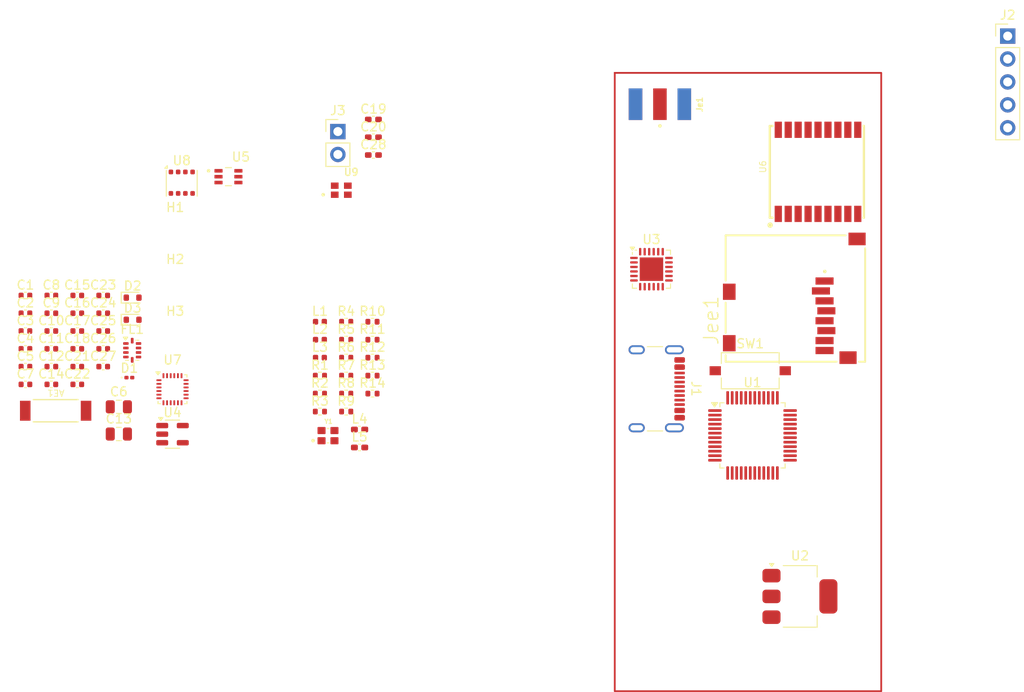
<source format=kicad_pcb>
(kicad_pcb (version 20240108) (generator "pcbnew") (generator_version "8.0")
  (layers (0 "F.Cu" signal) (1 "In1.Cu" power) (2 "In2.Cu" power) (31 "B.Cu" signal) (34 "B.Paste" user) (35 "F.Paste" user) (36 "B.SilkS" user "B.Silkscreen") (37 "F.SilkS" user "F.Silkscreen") (38 "B.Mask" user) (39 "F.Mask" user) (44 "Edge.Cuts" user))
  (net 0 "")
  (net 1 "+3.3V")
  (net 2 "Net-(U1-VDDCORE)")
  (net 3 "+1V8")
  (net 4 "VBUS")
  (net 5 "Net-(U5-CTRL)")
  (net 6 "Net-(U5-~{CTRL}{slash}~{VDD})")
  (net 7 "Net-(J1-SHIELD)")
  (net 8 "ANT_GPS")
  (net 9 "Net-(Je1-In)")
  (net 10 "Net-(D1-A)")
  (net 11 "Net-(D2-A)")
  (net 12 "Net-(D3-A)")
  (net 13 "Net-(FL1-SW_RFI)")
  (net 14 "Net-(FL1-RFO)")
  (net 15 "Net-(FL1-RFI_N)")
  (net 16 "Net-(FL1-RFI_P)")
  (net 17 "Net-(FL1-SW_RFO)")
  (net 18 "D+")
  (net 19 "D-")
  (net 20 "nRST")
  (net 21 "SWCLK")
  (net 22 "SWDIO")
  (net 23 "MOSI")
  (net 25 "SCK{slash}CLK")
  (net 28 "CS_SD")
  (net 29 "MISO")
  (net 32 "SDA")
  (net 33 "SCL")
  (net 34 "Net-(U3-VREG)")
  (net 35 "Net-(U3-VR_PA)")
  (net 36 "Net-(U1-PA03)")
  (net 37 "ANT_SW")
  (net 39 "INT1")
  (net 41 "BUSY")
  (net 44 "DIO1")
  (net 47 "Net-(AE1-A)")
  (net 49 "DIO2")
  (net 50 "Net-(U5-RFC)")
  (net 52 "DIO3")
  (net 55 "TCXO")
  (net 57 "Reset")
  (net 58 "NSS_1")
  (net 61 "FSYNC")
  (net 62 "Net-(C21-Pad2)")
  (net 63 "XTB")
  (net 64 "XTA")
  (net 66 "DIO_2")
  (net 67 "Net-(U7-REGOUT)")
  (net 70 "Net-(J1-CC2)")
  (net 71 "Net-(J1-CC1)")
  (net 72 "Net-(U3-DCC_SW)")
  (net 73 "Net-(U8-SDO)")
  (net 74 "Net-(U8-CSB)")
  (net 88 "GND")
  (net 89 "TXD")
  (net 90 "GPS_EN")
  (net 91 "RXD")
  (footprint "Connector_USB:USB_C_Receptacle_GCT_USB4105-xx-A_16P_TopMnt_Horizontal" (layer "F.Cu") (at 226 93.5 -90)
    (property "Reference" "J1" (at 0 -5.5 -90) (layer "F.SilkS"))
    (property "Value" "USBC")
    (pad "" np_thru_hole circle (at -2.89 -2.605 270) (size 0.65 0.65) (drill 0.65) (layers "F&B.Cu" "*.Mask"))
    (pad "" np_thru_hole circle (at 2.89 -2.605 270) (size 0.65 0.65) (drill 0.65) (layers "F&B.Cu" "*.Mask"))
    (pad "A1" smd roundrect (at -3.2 -3.68 270) (size 0.6 1.15) (layers "F.Cu" "F.Paste" "F.Mask") (net 88 "GND"))
    (pad "A4" smd roundrect (at -2.4 -3.68 270) (size 0.6 1.15) (layers "F.Cu" "F.Paste" "F.Mask") (net 11 "Net-(D2-A)"))
    (pad "A5" smd roundrect (at -1.25 -3.68 270) (size 0.3 1.15) (layers "F.Cu" "F.Paste" "F.Mask") (net 71 "Net-(J1-CC1)"))
    (pad "A6" smd roundrect (at -0.25 -3.68 270) (size 0.3 1.15) (layers "F.Cu" "F.Paste" "F.Mask") (net 18 "D+"))
    (pad "A7" smd roundrect (at 0.25 -3.68 270) (size 0.3 1.15) (layers "F.Cu" "F.Paste" "F.Mask") (net 19 "D-"))
    (pad "A8" smd roundrect (at 1.25 -3.68 270) (size 0.3 1.15) (layers "F.Cu" "F.Paste" "F.Mask"))
    (pad "A9" smd roundrect (at 2.4 -3.68 270) (size 0.6 1.15) (layers "F.Cu" "F.Paste" "F.Mask") (net 11 "Net-(D2-A)"))
    (pad "A12" smd roundrect (at 3.2 -3.68 270) (size 0.6 1.15) (layers "F.Cu" "F.Paste" "F.Mask") (net 88 "GND"))
    (pad "B1" smd roundrect (at 3.2 -3.68 270) (size 0.6 1.15) (layers "F.Cu" "F.Paste" "F.Mask") (net 88 "GND"))
    (pad "B4" smd roundrect (at 2.4 -3.68 270) (size 0.6 1.15) (layers "F.Cu" "F.Paste" "F.Mask") (net 11 "Net-(D2-A)"))
    (pad "B5" smd roundrect (at 1.75 -3.68 270) (size 0.3 1.15) (layers "F.Cu" "F.Paste" "F.Mask") (net 70 "Net-(J1-CC2)"))
    (pad "B6" smd roundrect (at 0.75 -3.68 270) (size 0.3 1.15) (layers "F.Cu" "F.Paste" "F.Mask") (net 18 "D+"))
    (pad "B7" smd roundrect (at -0.75 -3.68 270) (size 0.3 1.15) (layers "F.Cu" "F.Paste" "F.Mask") (net 19 "D-"))
    (pad "B8" smd roundrect (at -1.75 -3.68 270) (size 0.3 1.15) (layers "F.Cu" "F.Paste" "F.Mask"))
    (pad "B9" smd roundrect (at -2.4 -3.68 270) (size 0.6 1.15) (layers "F.Cu" "F.Paste" "F.Mask") (net 11 "Net-(D2-A)"))
    (pad "B12" smd roundrect (at -3.2 -3.68 270) (size 0.6 1.15) (layers "F.Cu" "F.Paste" "F.Mask") (net 88 "GND"))
    (pad "S1" thru_hole oval (at -4.32 -3.105 270) (size 1 2.1) (drill oval 0.6 1.7) (layers "*.Cu" "*.Mask" "F.Paste") (net 7 "Net-(J1-SHIELD)"))
    (pad "S1" thru_hole oval (at -4.32 1.075 270) (size 1 1.8) (drill oval 0.6 1.4) (layers "*.Cu" "*.Mask" "F.Paste") (net 7 "Net-(J1-SHIELD)"))
    (pad "S1" thru_hole oval (at 4.32 -3.105 270) (size 1 2.1) (drill oval 0.6 1.7) (layers "*.Cu" "*.Mask" "F.Paste") (net 7 "Net-(J1-SHIELD)"))
    (pad "S1" thru_hole oval (at 4.32 1.075 270) (size 1 1.8) (drill oval 0.6 1.4) (layers "*.Cu" "*.Mask" "F.Paste") (net 7 "Net-(J1-SHIELD)"))
  )
  (footprint "Inductor_SMD:L_0402_1005Metric" (layer "F.Cu") (at 189.86 88.06)
    (property "Reference" "L2" (at 0 -1.17 0) (layer "F.SilkS"))
    (property "Value" "47nH")
    (pad "1" smd roundrect (at -0.485 0) (size 0.59 0.64) (layers "F.Cu" "F.Paste" "F.Mask") (net 14 "Net-(FL1-RFO)"))
    (pad "2" smd roundrect (at 0.485 0) (size 0.59 0.64) (layers "F.Cu" "F.Paste" "F.Mask") (net 35 "Net-(U3-VR_PA)"))
  )
  (footprint "Resistor_SMD:R_0402_1005Metric" (layer "F.Cu") (at 189.86 94.03)
    (property "Reference" "R2" (at 0 -1.17 0) (layer "F.SilkS"))
    (property "Value" "10k")
    (pad "1" smd roundrect (at -0.51 0) (size 0.54 0.64) (layers "F.Cu" "F.Paste" "F.Mask") (net 1 "+3.3V"))
    (pad "2" smd roundrect (at 0.51 0) (size 0.54 0.64) (layers "F.Cu" "F.Paste" "F.Mask") (net 33 "SCL"))
  )
  (footprint "MountingHole:MountingHole_2.1mm" (layer "F.Cu") (at 173.84 76.6)
    (property "Reference" "H1" (at 0 -3.2 0) (layer "F.SilkS"))
    (property "Value" "MountingHole_Pad")
    (pad "" np_thru_hole circle (at 0 0) (size 2.1 2.1) (drill 2.1) (layers "*.Cu" "*.Mask"))
  )
  (footprint "Resistor_SMD:R_0402_1005Metric" (layer "F.Cu") (at 192.77 90.05)
    (property "Reference" "R6" (at 0 -1.17 0) (layer "F.SilkS"))
    (property "Value" "5k1")
    (pad "1" smd roundrect (at -0.51 0) (size 0.54 0.64) (layers "F.Cu" "F.Paste" "F.Mask") (net 88 "GND"))
    (pad "2" smd roundrect (at 0.51 0) (size 0.54 0.64) (layers "F.Cu" "F.Paste" "F.Mask") (net 71 "Net-(J1-CC1)"))
  )
  (footprint "Capacitor_SMD:C_0402_1005Metric" (layer "F.Cu") (at 163 93.01)
    (property "Reference" "C22" (at 0 -1.16 0) (layer "F.SilkS"))
    (property "Value" "0.1uF")
    (pad "1" smd roundrect (at -0.48 0) (size 0.56 0.62) (layers "F.Cu" "F.Paste" "F.Mask") (net 67 "Net-(U7-REGOUT)"))
    (pad "2" smd roundrect (at 0.48 0) (size 0.56 0.62) (layers "F.Cu" "F.Paste" "F.Mask") (net 88 "GND"))
  )
  (footprint "Resistor_SMD:R_0402_1005Metric" (layer "F.Cu") (at 195.68 94.03)
    (property "Reference" "R14" (at 0 -1.17 0) (layer "F.SilkS"))
    (property "Value" "1.8k")
    (pad "1" smd roundrect (at -0.51 0) (size 0.54 0.64) (layers "F.Cu" "F.Paste" "F.Mask") (net 1 "+3.3V"))
    (pad "2" smd roundrect (at 0.51 0) (size 0.54 0.64) (layers "F.Cu" "F.Paste" "F.Mask") (net 33 "SCL"))
  )
  (footprint "Private_GPS:ATGM336H" (layer "F.Cu") (at 245 69.5 90)
    (property "Reference" "U6" (at 0.6 -6.1 90) (layer "F.SilkS") (effects (font (size 0.7 0.7) (thickness 0.1) (bold yes))))
    (property "Value" "ATGM336H" (hide yes))
    (pad "1" smd rect (at -4.621296 -4.397241) (size 0.8 1.8) (layers "F.Cu" "F.Paste" "F.Mask") (net 88 "GND"))
    (pad "2" smd rect (at -4.621296 -3.297241) (size 0.8 1.8) (layers "F.Cu" "F.Paste" "F.Mask") (net 91 "RXD"))
    (pad "3" smd rect (at -4.621296 -2.197241) (size 0.8 1.8) (layers "F.Cu" "F.Paste" "F.Mask") (net 89 "TXD"))
    (pad "4" smd rect (at -4.621296 -1.097241) (size 0.8 1.8) (layers "F.Cu" "F.Paste" "F.Mask"))
    (pad "5" smd rect (at -4.621296 0.002759) (size 0.8 1.8) (layers "F.Cu" "F.Paste" "F.Mask") (net 90 "GPS_EN"))
    (pad "6" smd rect (at -4.621296 1.102759) (size 0.8 1.8) (layers "F.Cu" "F.Paste" "F.Mask") (net 1 "+3.3V"))
    (pad "7" smd rect (at -4.621296 2.202759) (size 0.8 1.8) (layers "F.Cu" "F.Paste" "F.Mask"))
    (pad "8" smd rect (at -4.621296 3.302759) (size 0.8 1.8) (layers "F.Cu" "F.Paste" "F.Mask") (net 1 "+3.3V"))
    (pad "9" smd rect (at -4.621296 4.402759) (size 0.8 1.8) (layers "F.Cu" "F.Paste" "F.Mask"))
    (pad "10" smd rect (at 4.693704 4.402759) (size 0.8 1.8) (layers "F.Cu" "F.Paste" "F.Mask") (net 88 "GND"))
    (pad "11" smd rect (at 4.693704 3.302759) (size 0.8 1.8) (layers "F.Cu" "F.Paste" "F.Mask") (net 8 "ANT_GPS"))
    (pad "12" smd rect (at 4.693704 2.202759) (size 0.8 1.8) (layers "F.Cu" "F.Paste" "F.Mask") (net 88 "GND"))
    (pad "13" smd rect (at 4.693704 1.102759) (size 0.8 1.8) (layers "F.Cu" "F.Paste" "F.Mask"))
    (pad "14" smd rect (at 4.693704 0.002759) (size 0.8 1.8) (layers "F.Cu" "F.Paste" "F.Mask"))
    (pad "15" smd rect (at 4.693704 -1.097241) (size 0.8 1.8) (layers "F.Cu" "F.Paste" "F.Mask"))
    (pad "16" smd rect (at 4.693704 -2.197241) (size 0.8 1.8) (layers "F.Cu" "F.Paste" "F.Mask"))
    (pad "17" smd rect (at 4.693704 -3.297241) (size 0.8 1.8) (layers "F.Cu" "F.Paste" "F.Mask"))
    (pad "18" smd rect (at 4.693704 -4.397241) (size 0.8 1.8) (layers "F.Cu" "F.Paste" "F.Mask"))
  )
  (footprint "Capacitor_SMD:C_0402_1005Metric" (layer "F.Cu") (at 157.26 89.07)
    (property "Reference" "C4" (at 0 -1.16 0) (layer "F.SilkS"))
    (property "Value" "100 nF")
    (pad "1" smd roundrect (at -0.48 0) (size 0.56 0.62) (layers "F.Cu" "F.Paste" "F.Mask") (net 1 "+3.3V"))
    (pad "2" smd roundrect (at 0.48 0) (size 0.56 0.62) (layers "F.Cu" "F.Paste" "F.Mask") (net 88 "GND"))
  )
  (footprint "Capacitor_SMD:C_0402_1005Metric" (layer "F.Cu") (at 163 89.07)
    (property "Reference" "C18" (at 0 -1.16 0) (layer "F.SilkS"))
    (property "Value" "0.1uF")
    (pad "1" smd roundrect (at -0.48 0) (size 0.56 0.62) (layers "F.Cu" "F.Paste" "F.Mask") (net 1 "+3.3V"))
    (pad "2" smd roundrect (at 0.48 0) (size 0.56 0.62) (layers "F.Cu" "F.Paste" "F.Mask") (net 88 "GND"))
  )
  (footprint "Resistor_SMD:R_0402_1005Metric" (layer "F.Cu") (at 192.77 92.04)
    (property "Reference" "R7" (at 0 -1.17 0) (layer "F.SilkS"))
    (property "Value" "5k1")
    (pad "1" smd roundrect (at -0.51 0) (size 0.54 0.64) (layers "F.Cu" "F.Paste" "F.Mask") (net 88 "GND"))
    (pad "2" smd roundrect (at 0.51 0) (size 0.54 0.64) (layers "F.Cu" "F.Paste" "F.Mask") (net 70 "Net-(J1-CC2)"))
  )
  (footprint "Custom_Oscillator:OSCCC200X160X50" (layer "F.Cu") (at 190.755 98.69)
    (property "Reference" "Y1" (at 0.056015 -1.566945 0) (layer "F.SilkS") (effects (font (size 0.480654 0.480654))))
    (property "Value" "FA-128_32.0000MF20X-K5")
    (pad "1" smd roundrect (at -0.715 0.565) (size 0.89 0.79) (layers "F.Cu" "F.Paste" "F.Mask") (roundrect_rratio 0.1) (net 64 "XTA"))
    (pad "2" smd roundrect (at 0.715 0.565) (size 0.89 0.79) (layers "F.Cu" "F.Paste" "F.Mask") (roundrect_rratio 0.1) (net 88 "GND"))
    (pad "3" smd roundrect (at 0.715 -0.565) (size 0.89 0.79) (layers "F.Cu" "F.Paste" "F.Mask") (roundrect_rratio 0.1) (net 63 "XTB"))
    (pad "4" smd roundrect (at -0.715 -0.565) (size 0.89 0.79) (layers "F.Cu" "F.Paste" "F.Mask") (roundrect_rratio 0.1) (net 88 "GND"))
  )
  (footprint "Resistor_SMD:R_0402_1005Metric" (layer "F.Cu") (at 192.77 96.02)
    (property "Reference" "R9" (at 0 -1.17 0) (layer "F.SilkS"))
    (property "Value" "100")
    (pad "1" smd roundrect (at -0.51 0) (size 0.54 0.64) (layers "F.Cu" "F.Paste" "F.Mask") (net 6 "Net-(U5-~{CTRL}{slash}~{VDD})"))
    (pad "2" smd roundrect (at 0.51 0) (size 0.54 0.64) (layers "F.Cu" "F.Paste" "F.Mask") (net 66 "DIO_2"))
  )
  (footprint "MICRO_SD_SLOT:GCT_MEM2061-01-188-00-A_REVA" (layer "F.Cu") (at 242.5 83.5 90)
    (property "Reference" "Jee1" (at -2.42133 -9.32106 270) (layer "F.SilkS") (effects (font (size 1.600866 1.600866))))
    (property "Value" "~" (hide yes))
    (pad "1" smd rect (at 1.94 3.225 90) (size 0.8 2) (layers "F.Cu" "F.Paste" "F.Mask"))
    (pad "2" smd rect (at 0.84 2.825 90) (size 0.8 2) (layers "F.Cu" "F.Paste" "F.Mask") (net 28 "CS_SD"))
    (pad "3" smd rect (at -0.26 3.225 90) (size 0.8 2) (layers "F.Cu" "F.Paste" "F.Mask") (net 23 "MOSI"))
    (pad "4" smd rect (at -1.36 3.425 90) (size 0.8 2) (layers "F.Cu" "F.Paste" "F.Mask") (net 1 "+3.3V"))
    (pad "5" smd rect (at -2.46 3.225 90) (size 0.8 2) (layers "F.Cu" "F.Paste" "F.Mask") (net 25 "SCK{slash}CLK"))
    (pad "6" smd rect (at -3.56 3.425 90) (size 0.8 2) (layers "F.Cu" "F.Paste" "F.Mask") (net 88 "GND"))
    (pad "7" smd rect (at -4.66 3.225 90) (size 0.8 2) (layers "F.Cu" "F.Paste" "F.Mask") (net 29 "MISO"))
    (pad "8" smd rect (at -5.76 3.225 90) (size 0.8 2) (layers "F.Cu" "F.Paste" "F.Mask"))
    (pad "9" smd rect (at -4.95 -7.325 90) (size 1.8 1.4) (layers "F.Cu" "F.Paste" "F.Mask"))
    (pad "10" smd rect (at 0.75 -7.325 90) (size 1.8 1.4) (layers "F.Cu" "F.Paste" "F.Mask"))
    (pad "11" smd rect (at -6.55 5.825 90) (size 1.4 1.9) (layers "F.Cu" "F.Paste" "F.Mask") (net 88 "GND"))
    (pad "12" smd rect (at 6.6 6.825 90) (size 1.4 1.9) (layers "F.Cu" "F.Paste" "F.Mask") (net 88 "GND"))
  )
  (footprint "Capacitor_SMD:C_0402_1005Metric" (layer "F.Cu") (at 163 87.1)
    (property "Reference" "C17" (at 0 -1.16 0) (layer "F.SilkS"))
    (property "Value" "0.1uF")
    (pad "1" smd roundrect (at -0.48 0) (size 0.56 0.62) (layers "F.Cu" "F.Paste" "F.Mask") (net 3 "+1V8"))
    (pad "2" smd roundrect (at 0.48 0) (size 0.56 0.62) (layers "F.Cu" "F.Paste" "F.Mask") (net 88 "GND"))
  )
  (footprint "Connector_PinHeader_2.54mm:PinHeader_1x02_P2.54mm_Vertical" (layer "F.Cu") (at 191.85 65)
    (property "Reference" "J3" (at 0 -2.33 0) (layer "F.SilkS"))
    (property "Value" "POWER IN")
    (pad "1" thru_hole rect (at 0 0) (size 1.7 1.7) (drill 1) (layers "*.Cu" "*.Mask") (net 88 "GND"))
    (pad "2" thru_hole oval (at 0 2.54) (size 1.7 1.7) (drill 1) (layers "*.Cu" "*.Mask") (net 12 "Net-(D3-A)"))
  )
  (footprint "Capacitor_SMD:C_0402_1005Metric_Pad0.74x0.62mm_HandSolder" (layer "F.Cu") (at 195.78 65.63)
    (property "Reference" "C20" (at 0 -1.16 0) (layer "F.SilkS"))
    (property "Value" "10uF")
    (pad "1" smd roundrect (at -0.5675 0) (size 0.735 0.62) (layers "F.Cu" "F.Paste" "F.Mask") (net 88 "GND"))
    (pad "2" smd roundrect (at 0.5675 0) (size 0.735 0.62) (layers "F.Cu" "F.Paste" "F.Mask") (net 1 "+3.3V"))
  )
  (footprint "Capacitor_SMD:C_0402_1005Metric" (layer "F.Cu") (at 165.87 83.16)
    (property "Reference" "C23" (at 0 -1.16 0) (layer "F.SilkS"))
    (property "Value" "3.3pF")
    (pad "1" smd roundrect (at -0.48 0) (size 0.56 0.62) (layers "F.Cu" "F.Paste" "F.Mask") (net 62 "Net-(C21-Pad2)"))
    (pad "2" smd roundrect (at 0.48 0) (size 0.56 0.62) (layers "F.Cu" "F.Paste" "F.Mask") (net 88 "GND"))
  )
  (footprint "Capacitor_SMD:C_0402_1005Metric" (layer "F.Cu") (at 165.87 85.13)
    (property "Reference" "C24" (at 0 -1.16 0) (layer "F.SilkS"))
    (property "Value" "100nF")
    (pad "1" smd roundrect (at -0.48 0) (size 0.56 0.62) (layers "F.Cu" "F.Paste" "F.Mask") (net 88 "GND"))
    (pad "2" smd roundrect (at 0.48 0) (size 0.56 0.62) (layers "F.Cu" "F.Paste" "F.Mask") (net 1 "+3.3V"))
  )
  (footprint "Resistor_SMD:R_0402_1005Metric" (layer "F.Cu") (at 195.68 92.04)
    (property "Reference" "R13" (at 0 -1.17 0) (layer "F.SilkS"))
    (property "Value" "1.8k")
    (pad "1" smd roundrect (at -0.51 0) (size 0.54 0.64) (layers "F.Cu" "F.Paste" "F.Mask") (net 32 "SDA"))
    (pad "2" smd roundrect (at 0.51 0) (size 0.54 0.64) (layers "F.Cu" "F.Paste" "F.Mask") (net 1 "+3.3V"))
  )
  (footprint "Custom_SMA_Connector:RFSOLUTIONS_CON-SMA-EDGE-S" (layer "F.Cu") (at 227.5 61.9725 -90)
    (property "Reference" "Je1" (at 0.032 -4.4064 90) (layer "F.SilkS") (effects (font (size 0.64 0.64))))
    (property "Value" "Conn_Coaxial")
    (pad "1" smd rect (at 0 0 270) (size 3.5 1.5) (layers "F.Cu" "F.Paste" "F.Mask") (net 9 "Net-(Je1-In)"))
    (pad "G1" smd rect (at 0 -2.7 270) (size 3.5 1.5) (layers "F.Cu" "F.Paste" "F.Mask"))
    (pad "G2" smd rect (at 0 2.7 270) (size 3.5 1.5) (layers "F.Cu" "F.Paste" "F.Mask"))
    (pad "G3" smd rect (at 0 -2.7 270) (size 3.5 1.5) (layers "B.Cu" "B.Paste" "B.Mask"))
    (pad "G4" smd rect (at 0 2.7 270) (size 3.5 1.5) (layers "B.Cu" "B.Paste" "B.Mask"))
  )
  (footprint "Diode_SMD:D_SOD-523" (layer "F.Cu") (at 169.125 85.85)
    (property "Reference" "D3" (at 0 -1.3 0) (layer "F.SilkS"))
    (property "Value" "1N4148WT")
    (pad "1" smd roundrect (at -0.7 0 180) (size 0.6 0.7) (layers "F.Cu" "F.Paste" "F.Mask") (net 4 "VBUS"))
    (pad "2" smd roundrect (at 0.7 0 180) (size 0.6 0.7) (layers "F.Cu" "F.Paste" "F.Mask") (net 12 "Net-(D3-A)"))
  )
  (footprint "MountingHole:MountingHole_2.1mm" (layer "F.Cu") (at 173.84 88.1)
    (property "Reference" "H3" (at 0 -3.2 0) (layer "F.SilkS"))
    (property "Value" "MountingHole_Pad")
    (pad "" np_thru_hole circle (at 0 0) (size 2.1 2.1) (drill 2.1) (layers "*.Cu" "*.Mask"))
  )
  (footprint "RF_Converter:Balun_Johanson_0900FM15K0039" (layer "F.Cu") (at 169.08 89.23)
    (property "Reference" "FL1" (at 0 -2.33 0) (layer "F.SilkS"))
    (property "Value" "0900FM15K0039")
    (pad "1" smd roundrect (at -0.7 -0.75) (size 0.6 0.3) (layers "F.Cu" "F.Paste" "F.Mask") (net 14 "Net-(FL1-RFO)"))
    (pad "2" smd roundrect (at -0.7 -0.25) (size 0.6 0.3) (layers "F.Cu" "F.Paste" "F.Mask") (net 88 "GND"))
    (pad "3" smd roundrect (at -0.7 0.25) (size 0.6 0.3) (layers "F.Cu" "F.Paste" "F.Mask") (net 15 "Net-(FL1-RFI_N)"))
    (pad "4" smd roundrect (at -0.7 0.75) (size 0.6 0.3) (layers "F.Cu" "F.Paste" "F.Mask") (net 16 "Net-(FL1-RFI_P)"))
    (pad "5" smd roundrect (at 0 1.0625) (size 0.3 0.625) (layers "F.Cu" "F.Paste" "F.Mask") (net 88 "GND"))
    (pad "6" smd roundrect (at 0.7 0.75) (size 0.6 0.3) (layers "F.Cu" "F.Paste" "F.Mask") (net 13 "Net-(FL1-SW_RFI)"))
    (pad "7" smd roundrect (at 0.7 0.25) (size 0.6 0.3) (layers "F.Cu" "F.Paste" "F.Mask") (net 88 "GND"))
    (pad "8" smd roundrect (at 0.7 -0.25) (size 0.6 0.3) (layers "F.Cu" "F.Paste" "F.Mask") (net 17 "Net-(FL1-SW_RFO)"))
    (pad "9" smd roundrect (at 0.7 -0.75) (size 0.6 0.3) (layers "F.Cu" "F.Paste" "F.Mask") (net 88 "GND"))
    (pad "10" smd roundrect (at 0 -1.0625) (size 0.3 0.625) (layers "F.Cu" "F.Paste" "F.Mask") (net 88 "GND"))
  )
  (footprint "Capacitor_SMD:C_0805_2012Metric" (layer "F.Cu") (at 167.6 95.5)
    (property "Reference" "C6" (at 0 -1.68 0) (layer "F.SilkS"))
    (property "Value" "22u")
    (pad "1" smd roundrect (at -0.95 0) (size 1 1.45) (layers "F.Cu" "F.Paste" "F.Mask") (net 4 "VBUS"))
    (pad "2" smd roundrect (at 0.95 0) (size 1 1.45) (layers "F.Cu" "F.Paste" "F.Mask") (net 88 "GND"))
  )
  (footprint "Resistor_SMD:R_0402_1005Metric" (layer "F.Cu") (at 195.68 86.07)
    (property "Reference" "R10" (at 0 -1.17 0) (layer "F.SilkS"))
    (property "Value" "1K")
    (pad "1" smd roundrect (at -0.51 0) (size 0.54 0.64) (layers "F.Cu" "F.Paste" "F.Mask") (net 1 "+3.3V"))
    (pad "2" smd roundrect (at 0.51 0) (size 0.54 0.64) (layers "F.Cu" "F.Paste" "F.Mask") (net 28 "CS_SD"))
  )
  (footprint "Capacitor_SMD:C_0402_1005Metric" (layer "F.Cu") (at 163 83.16)
    (property "Reference" "C15" (at 0 -1.16 0) (layer "F.SilkS"))
    (property "Value" "1nF")
    (pad "1" smd roundrect (at -0.48 0) (size 0.56 0.62) (layers "F.Cu" "F.Paste" "F.Mask") (net 88 "GND"))
    (pad "2" smd roundrect (at 0.48 0) (size 0.56 0.62) (layers "F.Cu" "F.Paste" "F.Mask") (net 5 "Net-(U5-CTRL)"))
  )
  (footprint "Private_Antenna:609-1575AT43A0040E" (layer "F.Cu") (at 160.6049 95.9301)
    (property "Reference" "AE1" (at 0.02 -1.97 180) (layer "F.SilkS") (effects (font (size 0.7 0.7) (thickness 0.1))))
    (property "Value" "1575AT43A0040")
    (pad "1" smd rect (at -3.3655 0) (size 1.1684 2.2098) (layers "F.Cu" "F.Paste" "F.Mask") (net 47 "Net-(AE1-A)"))
    (pad "2" smd rect (at 3.3655 0) (size 1.1684 2.2098) (layers "F.Cu" "F.Paste" "F.Mask"))
  )
  (footprint "Resistor_SMD:R_0402_1005Metric" (layer "F.Cu") (at 192.77 94.03)
    (property "Reference" "R8" (at 0 -1.17 0) (layer "F.SilkS"))
    (property "Value" "100")
    (pad "1" smd roundrect (at -0.51 0) (size 0.54 0.64) (layers "F.Cu" "F.Paste" "F.Mask") (net 5 "Net-(U5-CTRL)"))
    (pad "2" smd roundrect (at 0.51 0) (size 0.54 0.64) (layers "F.Cu" "F.Paste" "F.Mask") (net 37 "ANT_SW"))
  )
  (footprint "Resistor_SMD:R_0402_1005Metric" (layer "F.Cu") (at 195.68 88.06)
    (property "Reference" "R11" (at 0 -1.17 0) (layer "F.SilkS"))
    (property "Value" "10k")
    (pad "1" smd roundrect (at -0.51 0) (size 0.54 0.64) (layers "F.Cu" "F.Paste" "F.Mask") (net 73 "Net-(U8-SDO)"))
    (pad "2" smd roundrect (at 0.51 0) (size 0.54 0.64) (layers "F.Cu" "F.Paste" "F.Mask") (net 88 "GND"))
  )
  (footprint "Capacitor_SMD:C_0402_1005Metric" (layer "F.Cu") (at 165.87 89.07)
    (property "Reference" "C26" (at 0 -1.16 0) (layer "F.SilkS"))
    (property "Value" "100 nF")
    (pad "1" smd roundrect (at -0.48 0) (size 0.56 0.62) (layers "F.Cu" "F.Paste" "F.Mask") (net 88 "GND"))
    (pad "2" smd roundrect (at 0.48 0) (size 0.56 0.62) (layers "F.Cu" "F.Paste" "F.Mask") (net 1 "+3.3V"))
  )
  (footprint "Package_DFN_QFN:QFN-24-1EP_4x4mm_P0.5mm_EP2.6x2.6mm" (layer "F.Cu") (at 226.5625 80.25)
    (property "Reference" "U3" (at 0 -3.3 0) (layer "F.SilkS"))
    (property "Value" "SX1262IMLTRT")
    (pad "1" smd roundrect (at -1.9375 -1.25) (size 0.825 0.25) (layers "F.Cu" "F.Paste" "F.Mask") (net 1 "+3.3V"))
    (pad "2" smd roundrect (at -1.9375 -0.75) (size 0.825 0.25) (layers "F.Cu" "F.Paste" "F.Mask") (net 88 "GND"))
    (pad "3" smd roundrect (at -1.9375 -0.25) (size 0.825 0.25) (layers "F.Cu" "F.Paste" "F.Mask") (net 64 "XTA"))
    (pad "4" smd roundrect (at -1.9375 0.25) (size 0.825 0.25) (layers "F.Cu" "F.Paste" "F.Mask") (net 63 "XTB"))
    (pad "5" smd roundrect (at -1.9375 0.75) (size 0.825 0.25) (layers "F.Cu" "F.Paste" "F.Mask") (net 88 "GND"))
    (pad "6" smd roundrect (at -1.9375 1.25) (size 0.825 0.25) (layers "F.Cu" "F.Paste" "F.Mask") (net 52 "DIO3"))
    (pad "7" smd roundrect (at -1.25 1.9375) (size 0.25 0.825) (layers "F.Cu" "F.Paste" "F.Mask") (net 34 "Net-(U3-VREG)"))
    (pad "8" smd roundrect (at -0.75 1.9375) (size 0.25 0.825) (layers "F.Cu" "F.Paste" "F.Mask") (net 88 "GND"))
    (pad "9" smd roundrect (at -0.25 1.9375) (size 0.25 0.825) (layers "F.Cu" "F.Paste" "F.Mask") (net 72 "Net-(U3-DCC_SW)"))
    (pad "10" smd roundrect (at 0.25 1.9375) (size 0.25 0.825) (layers "F.Cu" "F.Paste" "F.Mask") (net 1 "+3.3V"))
    (pad "11" smd roundrect (at 0.75 1.9375) (size 0.25 0.825) (layers "F.Cu" "F.Paste" "F.Mask") (net 1 "+3.3V"))
    (pad "12" smd roundrect (at 1.25 1.9375) (size 0.25 0.825) (layers "F.Cu" "F.Paste" "F.Mask") (net 49 "DIO2"))
    (pad "13" smd roundrect (at 1.9375 1.25) (size 0.825 0.25) (layers "F.Cu" "F.Paste" "F.Mask") (net 44 "DIO1"))
    (pad "14" smd roundrect (at 1.9375 0.75) (size 0.825 0.25) (layers "F.Cu" "F.Paste" "F.Mask") (net 41 "BUSY"))
    (pad "15" smd roundrect (at 1.9375 0.25) (size 0.825 0.25) (layers "F.Cu" "F.Paste" "F.Mask") (net 57 "Reset"))
    (pad "16" smd roundrect (at 1.9375 -0.25) (size 0.825 0.25) (layers "F.Cu" "F.Paste" "F.Mask") (net 29 "MISO"))
    (pad "17" smd roundrect (at 1.9375 -0.75) (size 0.825 0.25) (layers "F.Cu" "F.Paste" "F.Mask") (net 23 "MOSI"))
    (pad "18" smd roundrect (at 1.9375 -1.25) (size 0.825 0.25) (layers "F.Cu" "F.Paste" "F.Mask") (net 25 "SCK{slash}CLK"))
    (pad "19" smd roundrect (at 1.25 -1.9375) (size 0.25 0.825) (layers "F.Cu" "F.Paste" "F.Mask") (net 58 "NSS_1"))
    (pad "20" smd roundrect (at 0.75 -1.9375) (size 0.25 0.825) (layers "F.Cu" "F.Paste" "F.Mask") (net 88 "GND"))
    (pad "21" smd roundrect (at 0.25 -1.9375) (size 0.25 0.825) (layers "F.Cu" "F.Paste" "F.Mask") (net 16 "Net-(FL1-RFI_P)"))
    (pad "22" smd roundrect (at -0.25 -1.9375) (size 0.25 0.825) (layers "F.Cu" "F.Paste" "F.Mask") (net 15 "Net-(FL1-RFI_N)"))
    (pad "23" smd roundrect (at -0.75 -1.9375) (size 0.25 0.825) (layers "F.Cu" "F.Paste" "F.Mask") (net 14 "Net-(FL1-RFO)"))
    (pad "24" smd roundrect (at -1.25 -1.9375) (size 0.25 0.825) (layers "F.Cu" "F.Paste" "F.Mask") (net 35 "Net-(U3-VR_PA)"))
    (pad "25" smd rect (at 0 0) (size 2.6 2.6) (property pad_prop_heatsink) (layers "F.Cu" "F.Mask") (net 88 "GND"))
  )
  (footprint "Package_TO_SOT_SMD:SOT-23-5" (layer "F.Cu") (at 173.54 98.525)
    (property "Reference" "U4" (at 0 -2.4 0) (layer "F.SilkS"))
    (property "Value" "MIC5504-1.8YM5")
    (pad "1" smd roundrect (at -1.1375 -0.95) (size 1.325 0.6) (layers "F.Cu" "F.Paste" "F.Mask") (net 1 "+3.3V"))
    (pad "2" smd roundrect (at -1.1375 0) (size 1.325 0.6) (layers "F.Cu" "F.Paste" "F.Mask") (net 88 "GND"))
    (pad "3" smd roundrect (at -1.1375 0.95) (size 1.325 0.6) (layers "F.Cu" "F.Paste" "F.Mask") (net 1 "+3.3V"))
    (pad "4" smd roundrect (at 1.1375 0.95) (size 1.325 0.6) (layers "F.Cu" "F.Paste" "F.Mask"))
    (pad "5" smd roundrect (at 1.1375 -0.95) (size 1.325 0.6) (layers "F.Cu" "F.Paste" "F.Mask") (net 3 "+1V8"))
  )
  (footprint "Resistor_SMD:R_0402_1005Metric" (layer "F.Cu") (at 192.77 86.07)
    (property "Reference" "R4" (at 0 -1.17 0) (layer "F.SilkS"))
    (property "Value" "300")
    (pad "1" smd roundrect (at -0.51 0) (size 0.54 0.64) (layers "F.Cu" "F.Paste" "F.Mask") (net 10 "Net-(D1-A)"))
    (pad "2" smd roundrect (at 0.51 0) (size 0.54 0.64) (layers "F.Cu" "F.Paste" "F.Mask") (net 36 "Net-(U1-PA03)"))
  )
  (footprint "RF_Switch:PE4259" (layer "F.Cu") (at 179.735 70)
    (property "Reference" "U5" (at 1.375 -2.185 0) (layer "F.SilkS"))
    (property "Value" "PE4259")
    (pad "1" smd roundrect (at -1.1 -0.65) (size 0.9 0.4) (layers "F.Cu" "F.Paste" "F.Mask") (roundrect_rratio 0.125) (net 13 "Net-(FL1-SW_RFI)"))
    (pad "2" smd roundrect (at -1.1 0) (size 0.9 0.4) (layers "F.Cu" "F.Paste" "F.Mask") (roundrect_rratio 0.125) (net 88 "GND"))
    (pad "3" smd roundrect (at -1.1 0.65) (size 0.9 0.4) (layers "F.Cu" "F.Paste" "F.Mask") (roundrect_rratio 0.125) (net 17 "Net-(FL1-SW_RFO)"))
    (pad "4" smd roundrect (at 1.1 0.65) (size 0.9 0.4) (layers "F.Cu" "F.Paste" "F.Mask") (roundrect_rratio 0.125) (net 5 "Net-(U5-CTRL)"))
    (pad "5" smd roundrect (at 1.1 0) (size 0.9 0.4) (layers "F.Cu" "F.Paste" "F.Mask") (roundrect_rratio 0.125) (net 50 "Net-(U5-RFC)"))
    (pad "6" smd roundrect (at 1.1 -0.65) (size 0.9 0.4) (layers "F.Cu" "F.Paste" "F.Mask") (roundrect_rratio 0.125) (net 6 "Net-(U5-~{CTRL}{slash}~{VDD})"))
  )
  (footprint "Inductor_SMD:L_0402_1005Metric" (layer "F.Cu") (at 189.86 86.07)
    (property "Reference" "L1" (at 0 -1.17 0) (layer "F.SilkS"))
    (property "Value" "15uH")
    (pad "1" smd roundrect (at -0.485 0) (size 0.59 0.64) (layers "F.Cu" "F.Paste" "F.Mask") (net 72 "Net-(U3-DCC_SW)"))
    (pad "2" smd roundrect (at 0.485 0) (size 0.59 0.64) (layers "F.Cu" "F.Paste" "F.Mask") (net 34 "Net-(U3-VREG)"))
  )
  (footprint "Capacitor_SMD:C_0402_1005Metric" (layer "F.Cu") (at 160.13 83.16)
    (property "Reference" "C8" (at 0 -1.16 0) (layer "F.SilkS"))
    (property "Value" "1uF")
    (pad "1" smd roundrect (at -0.48 0) (size 0.56 0.62) (layers "F.Cu" "F.Paste" "F.Mask") (net 1 "+3.3V"))
    (pad "2" smd roundrect (at 0.48 0) (size 0.56 0.62) (layers "F.Cu" "F.Paste" "F.Mask") (net 88 "GND"))
  )
  (footprint "Resistor_SMD:R_0402_1005Metric" (layer "F.Cu") (at 189.86 96.02)
    (property "Reference" "R3" (at 0 -1.17 0) (layer "F.SilkS"))
    (property "Value" "1M")
    (pad "1" smd roundrect (at -0.51 0) (size 0.54 0.64) (layers "F.Cu" "F.Paste" "F.Mask") (net 7 "Net-(J1-SHIELD)"))
    (pad "2" smd roundrect (at 0.51 0) (size 0.54 0.64) (layers "F.Cu" "F.Paste" "F.Mask") (net 88 "GND"))
  )
  (footprint "Capacitor_SMD:C_0402_1005Metric" (layer "F.Cu") (at 163 91.04)
    (property "Reference" "C21" (at 0 -1.16 0) (layer "F.SilkS"))
    (property "Value" "39pF")
    (pad "1" smd roundrect (at -0.48 0) (size 0.56 0.62) (layers "F.Cu" "F.Paste" "F.Mask") (net 50 "Net-(U5-RFC)"))
    (pad "2" smd roundrect (at 0.48 0) (size 0.56 0.62) (layers "F.Cu" "F.Paste" "F.Mask") (net 62 "Net-(C21-Pad2)"))
  )
  (footprint "Capacitor_SMD:C_0402_1005Metric" (layer "F.Cu") (at 165.87 87.1)
    (property "Reference" "C25" (at 0 -1.16 0) (layer "F.SilkS"))
    (property "Value" "1uF")
    (pad "1" smd roundrect (at -0.48 0) (size 0.56 0.62) (layers "F.Cu" "F.Paste" "F.Mask") (net 1 "+3.3V"))
    (pad "2" smd roundrect (at 0.48 0) (size 0.56 0.62) (layers "F.Cu" "F.Paste" "F.Mask") (net 88 "GND"))
  )
  (footprint "Package_TO_SOT_SMD:SOT-223-3_TabPin2" (layer "F.Cu") (at 243 116.5)
    (property "Reference" "U2" (at 0 -4.5 0) (layer "F.SilkS"))
    (property "Value" "AMS1117-3.3")
    (pad "1" smd roundrect (at -3.15 -2.3) (size 2 1.5) (layers "F.Cu" "F.Paste" "F.Mask") (net 88 "GND"))
    (pad "2" smd roundrect (at -3.15 0) (size 2 1.5) (layers "F.Cu" "F.Paste" "F.Mask") (net 1 "+3.3V"))
    (pad "2" smd roundrect (at 3.15 0) (size 2 3.8) (layers "F.Cu" "F.Paste" "F.Mask") (net 1 "+3.3V"))
    (pad "3" smd roundrect (at -3.15 2.3) (size 2 1.5) (layers "F.Cu" "F.Paste" "F.Mask") (net 4 "VBUS"))
  )
  (footprint "Capacitor_SMD:C_0402_1005Metric" (layer "F.Cu") (at 165.87 91.04)
    (property "Reference" "C27" (at 0 -1.16 0) (layer "F.SilkS"))
    (property "Value" "3.3pF")
    (pad "1" smd roundrect (at -0.48 0) (size 0.56 0.62) (layers "F.Cu" "F.Paste" "F.Mask") (net 9 "Net-(Je1-In)"))
    (pad "2" smd roundrect (at 0.48 0) (size 0.56 0.62) (layers "F.Cu" "F.Paste" "F.Mask") (net 88 "GND"))
  )
  (footprint "Capacitor_SMD:C_0805_2012Metric" (layer "F.Cu") (at 167.6 98.51)
    (property "Reference" "C13" (at 0 -1.68 0) (layer "F.SilkS"))
    (property "Value" "22u")
    (pad "1" smd roundrect (at -0.95 0) (size 1 1.45) (layers "F.Cu" "F.Paste" "F.Mask") (net 1 "+3.3V"))
    (pad "2" smd roundrect (at 0.95 0) (size 1 1.45) (layers "F.Cu" "F.Paste" "F.Mask") (net 88 "GND"))
  )
  (footprint "Capacitor_SMD:C_0402_1005Metric_Pad0.74x0.62mm_HandSolder" (layer "F.Cu") (at 195.78 63.66)
    (property "Reference" "C19" (at 0 -1.16 0) (layer "F.SilkS"))
    (property "Value" "1.5pF")
    (pad "1" smd roundrect (at -0.5675 0) (size 0.735 0.62) (layers "F.Cu" "F.Paste" "F.Mask") (net 8 "ANT_GPS"))
    (pad "2" smd roundrect (at 0.5675 0) (size 0.735 0.62) (layers "F.Cu" "F.Paste" "F.Mask") (net 47 "Net-(AE1-A)"))
  )
  (footprint "Capacitor_SMD:C_0402_1005Metric" (layer "F.Cu") (at 157.26 91.04)
    (property "Reference" "C5" (at 0 -1.16 0) (layer "F.SilkS"))
    (property "Value" "10 uF")
    (pad "1" smd roundrect (at -0.48 0) (size 0.56 0.62) (layers "F.Cu" "F.Paste" "F.Mask") (net 1 "+3.3V"))
    (pad "2" smd roundrect (at 0.48 0) (size 0.56 0.62) (layers "F.Cu" "F.Paste" "F.Mask") (net 88 "GND"))
  )
  (footprint "Resistor_SMD:R_0402_1005Metric" (layer "F.Cu") (at 195.68 90.05)
    (property "Reference" "R12" (at 0 -1.17 0) (layer "F.SilkS"))
    (property "Value" "10k")
    (pad "1" smd roundrect (at -0.51 0) (size 0.54 0.64) (layers "F.Cu" "F.Paste" "F.Mask") (net 74 "Net-(U8-CSB)"))
    (pad "2" smd roundrect (at 0.51 0) (size 0.54 0.64) (layers "F.Cu" "F.Paste" "F.Mask") (net 88 "GND"))
  )
  (footprint "Capacitor_SMD:C_0402_1005Metric" (layer "F.Cu") (at 157.26 85.13)
    (property "Reference" "C2" (at 0 -1.16 0) (layer "F.SilkS"))
    (property "Value" "1uF")
    (pad "1" smd roundrect (at -0.48 0) (size 0.56 0.62) (layers "F.Cu" "F.Paste" "F.Mask") (net 2 "Net-(U1-VDDCORE)"))
    (pad "2" smd roundrect (at 0.48 0) (size 0.56 0.62) (layers "F.Cu" "F.Paste" "F.Mask") (net 88 "GND"))
  )
  (footprint "Resistor_SMD:R_0402_1005Metric" (layer "F.Cu") (at 192.77 88.06)
    (property "Reference" "R5" (at 0 -1.17 0) (layer "F.SilkS"))
    (property "Value" "220")
    (pad "1" smd roundrect (at -0.51 0) (size 0.54 0.64) (layers "F.Cu" "F.Paste" "F.Mask") (net 20 "nRST"))
    (pad "2" smd roundrect (at 0.51 0) (size 0.54 0.64) (layers "F.Cu" "F.Paste" "F.Mask") (net 1 "+3.3V"))
  )
  (footprint "Inductor_SMD:L_0402_1005Metric_Pad0.77x0.64mm_HandSolder" (layer "F.Cu") (at 194.25 100)
    (property "Reference" "L5" (at 0 -1.17 0) (layer "F.SilkS"))
    (property "Value" "3.9 nH")
    (pad "1" smd roundrect (at -0.5725 0) (size 0.765 0.64) (layers "F.Cu" "F.Paste" "F.Mask") (net 88 "GND"))
    (pad "2" smd roundrect (at 0.5725 0) (size 0.765 0.64) (layers "F.Cu" "F.Paste" "F.Mask") (net 8 "ANT_GPS"))
  )
  (footprint "Capacitor_SMD:C_0402_1005Metric" (layer "F.Cu") (at 157.26 83.16)
    (property "Reference" "C1" (at 0 -1.16 0) (layer "F.SilkS"))
    (property "Value" "4.7 nF")
    (pad "1" smd roundrect (at -0.48 0) (size 0.56 0.62) (layers "F.Cu" "F.Paste" "F.Mask") (net 88 "GND"))
    (pad "2" smd roundrect (at 0.48 0) (size 0.56 0.62) (layers "F.Cu" "F.Paste" "F.Mask") (net 7 "Net-(J1-SHIELD)"))
  )
  (footprint "Custom_Oscillator:OSC_ECS-327TXO-2012-33-TR_1" (layer "F.Cu") (at 192.225 71.5)
    (property "Reference" "U9" (at 1.1 -2 0) (layer "F.SilkS") (effects (font (size 0.787402 0.787402))))
    (property "Value" "ECS-327TXO-2012")
    (pad "1" smd rect (at -0.725 0.5) (size 0.85 0.7) (layers "F.Cu" "F.Paste" "F.Mask") (net 1 "+3.3V"))
    (pad "2" smd rect (at 0.725 0.5) (size 0.85 0.7) (layers "F.Cu" "F.Paste" "F.Mask") (net 88 "GND"))
    (pad "3" smd rect (at 0.725 -0.5) (size 0.85 0.7) (layers "F.Cu" "F.Paste" "F.Mask") (net 55 "TCXO"))
    (pad "4" smd rect (at -0.725 -0.5) (size 0.85 0.7) (layers "F.Cu" "F.Paste" "F.Mask") (net 1 "+3.3V"))
  )
  (footprint "Resistor_SMD:R_0402_1005Metric" (layer "F.Cu") (at 189.86 92.04)
    (property "Reference" "R1" (at 0 -1.17 0) (layer "F.SilkS"))
    (property "Value" "10k")
    (pad "1" smd roundrect (at -0.51 0) (size 0.54 0.64) (layers "F.Cu" "F.Paste" "F.Mask") (net 1 "+3.3V"))
    (pad "2" smd roundrect (at 0.51 0) (size 0.54 0.64) (layers "F.Cu" "F.Paste" "F.Mask") (net 32 "SDA"))
  )
  (footprint "Capacitor_SMD:C_0402_1005Metric" (layer "F.Cu") (at 160.13 85.13)
    (property "Reference" "C9" (at 0 -1.16 0) (layer "F.SilkS"))
    (property "Value" "100nF")
    (pad "1" smd roundrect (at -0.48 0) (size 0.56 0.62) (layers "F.Cu" "F.Paste" "F.Mask") (net 1 "+3.3V"))
    (pad "2" smd roundrect (at 0.48 0) (size 0.56 0.62) (layers "F.Cu" "F.Paste" "F.Mask") (net 88 "GND"))
  )
  (footprint "Inductor_SMD:L_0402_1005Metric" (layer "F.Cu") (at 189.86 90.05)
    (property "Reference" "L3" (at 0 -1.17 0) (layer "F.SilkS"))
    (property "Value" "9.1nH")
    (pad "1" smd roundrect (at -0.485 0) (size 0.59 0.64) (layers "F.Cu" "F.Paste" "F.Mask") (net 62 "Net-(C21-Pad2)"))
    (pad "2" smd roundrect (at 0.485 0) (size 0.59 0.64) (layers "F.Cu" "F.Paste" "F.Mask") (net 9 "Net-(Je1-In)"))
  )
  (footprint "Diode_SMD:D_SOD-523" (layer "F.Cu") (at 169.125 83.4)
    (property "Reference" "D2" (at 0 -1.3 0) (layer "F.SilkS"))
    (property "Value" "1N4148WT")
    (pad "1" smd roundrect (at -0.7 0 180) (size 0.6 0.7) (layers "F.Cu" "F.Paste" "F.Mask") (net 4 "VBUS"))
    (pad "2" smd roundrect (at 0.7 0 180) (size 0.6 0.7) (layers "F.Cu" "F.Paste" "F.Mask") (net 11 "Net-(D2-A)"))
  )
  (footprint "Capacitor_SMD:C_0402_1005Metric" (layer "F.Cu") (at 157.26 93.01)
    (property "Reference" "C7" (at 0 -1.16 0) (layer "F.SilkS"))
    (property "Value" "1nF")
    (pad "1" smd roundrect (at -0.48 0) (size 0.56 0.62) (layers "F.Cu" "F.Paste" "F.Mask") (net 88 "GND"))
    (pad "2" smd roundrect (at 0.48 0) (size 0.56 0.62) (layers "F.Cu" "F.Paste" "F.Mask") (net 1 "+3.3V"))
  )
  (footprint "Package_LGA:Bosch_LGA-8_3x3mm_P0.8mm_ClockwisePinNumbering" (layer "F.Cu") (at 174.565 70.665)
    (property "Reference" "U8" (at 0 -2.45 0) (layer "F.SilkS"))
    (property "Value" "BME280")
    (pad "1" smd roundrect (at -1.2 -1.1875) (size 0.5 0.525) (layers "F.Cu" "F.Paste" "F.Mask") (net 88 "GND"))
    (pad "2" smd roundrect (at -0.4 -1.1875) (size 0.5 0.525) (layers "F.Cu" "F.Paste" "F.Mask") (net 74 "Net-(U8-CSB)"))
    (pad "3" smd roundrect (at 0.4 -1.1875) (size 0.5 0.525) (layers "F.Cu" "F.Paste" "F.Mask") (net 32 "SDA"))
    (pad "4" smd roundrect (at 1.2 -1.1875) (size 0.5 0.525) (layers "F.Cu" "F.Paste" "F.Mask") (net 33 "SCL"))
    (pad "5" smd roundrect (at 1.2 1.1875) (size 0.5 0.525) (layers "F.Cu" "F.Paste" "F.Mask") (net 73 "Net-(U8-SDO)"))
    (pad "6" smd roundrect (at 0.4 1.1875) (size 0.5 0.525) (layers "F.Cu" "F.Paste" "F.Mask") (net 1 "+3.3V"))
    (pad "7" smd roundrect (at -0.4 1.1875) (size 0.5 0.525) (layers "F.Cu" "F.Paste" "F.Mask") (net 88 "GND"))
    (pad "8" smd roundrect (at -1.2 1.1875) (size 0.5 0.525) (layers "F.Cu" "F.Paste" "F.Mask") (net 1 "+3.3V"))
  )
  (footprint "Connector_PinHeader_2.54mm:PinHeader_1x05_P2.54mm_Vertical" (layer "F.Cu") (at 266 54.425)
    (property "Reference" "J2" (at 0 -2.33 0) (layer "F.SilkS"))
    (property "Value" "~")
    (pad "1" thru_hole rect (at 0 0) (size 1.7 1.7) (drill 1) (layers "*.Cu" "*.Mask") (net 1 "+3.3V"))
    (pad "2" thru_hole oval (at 0 2.54) (size 1.7 1.7) (drill 1) (layers "*.Cu" "*.Mask") (net 88 "GND"))
    (pad "3" thru_hole oval (at 0 5.08) (size 1.7 1.7) (drill 1) (layers "*.Cu" "*.Mask") (net 20 "nRST"))
    (pad "4" thru_hole oval (at 0 7.62) (size 1.7 1.7) (drill 1) (layers "*.Cu" "*.Mask") (net 22 "SWDIO"))
    (pad "5" thru_hole oval (at 0 10.16) (size 1.7 1.7) (drill 1) (layers "*.Cu" "*.Mask") (net 21 "SWCLK"))
  )
  (footprint "Package_QFP:TQFP-48_7x7mm_P0.5mm" (layer "F.Cu") (at 237.75 98.6625)
    (property "Reference" "U1" (at 0 -5.85 0) (layer "F.SilkS"))
    (property "Value" "ATSAMD21G18A-A")
    (pad "1" smd roundrect (at -4.1625 -2.75) (size 1.475 0.3) (layers "F.Cu" "F.Paste" "F.Mask") (net 55 "TCXO"))
    (pad "2" smd roundrect (at -4.1625 -2.25) (size 1.475 0.3) (layers "F.Cu" "F.Paste" "F.Mask") (net 39 "INT1"))
    (pad "3" smd roundrect (at -4.1625 -1.75) (size 1.475 0.3) (layers "F.Cu" "F.Paste" "F.Mask"))
    (pad "4" smd roundrect (at -4.1625 -1.25) (size 1.475 0.3) (layers "F.Cu" "F.Paste" "F.Mask") (net 36 "Net-(U1-PA03)"))
    (pad "5" smd roundrect (at -4.1625 -0.75) (size 1.475 0.3) (layers "F.Cu" "F.Paste" "F.Mask") (net 88 "GND"))
    (pad "6" smd roundrect (at -4.1625 -0.25) (size 1.475 0.3) (layers "F.Cu" "F.Paste" "F.Mask") (net 1 "+3.3V"))
    (pad "7" smd roundrect (at -4.1625 0.25) (size 1.475 0.3) (layers "F.Cu" "F.Paste" "F.Mask"))
    (pad "8" smd roundrect (at -4.1625 0.75) (size 1.475 0.3) (layers "F.Cu" "F.Paste" "F.Mask"))
    (pad "9" smd roundrect (at -4.1625 1.25) (size 1.475 0.3) (layers "F.Cu" "F.Paste" "F.Mask"))
    (pad "10" smd roundrect (at -4.1625 1.75) (size 1.475 0.3) (layers "F.Cu" "F.Paste" "F.Mask"))
    (pad "11" smd roundrect (at -4.1625 2.25) (size 1.475 0.3) (layers "F.Cu" "F.Paste" "F.Mask") (net 90 "GPS_EN"))
    (pad "12" smd roundrect (at -4.1625 2.75) (size 1.475 0.3) (layers "F.Cu" "F.Paste" "F.Mask") (net 41 "BUSY"))
    (pad "13" smd roundrect (at -2.75 4.1625) (size 0.3 1.475) (layers "F.Cu" "F.Paste" "F.Mask"))
    (pad "14" smd roundrect (at -2.25 4.1625) (size 0.3 1.475) (layers "F.Cu" "F.Paste" "F.Mask") (net 61 "FSYNC"))
    (pad "15" smd roundrect (at -1.75 4.1625) (size 0.3 1.475) (layers "F.Cu" "F.Paste" "F.Mask") (net 89 "TXD"))
    (pad "16" smd roundrect (at -1.25 4.1625) (size 0.3 1.475) (layers "F.Cu" "F.Paste" "F.Mask") (net 91 "RXD"))
    (pad "17" smd roundrect (at -0.75 4.1625) (size 0.3 1.475) (layers "F.Cu" "F.Paste" "F.Mask") (net 1 "+3.3V"))
    (pad "18" smd roundrect (at -0.25 4.1625) (size 0.3 1.475) (layers "F.Cu" "F.Paste" "F.Mask") (net 88 "GND"))
    (pad "19" smd roundrect (at 0.25 4.1625) (size 0.3 1.475) (layers "F.Cu" "F.Paste" "F.Mask") (net 23 "MOSI"))
    (pad "20" smd roundrect (at 0.75 4.1625) (size 0.3 1.475) (layers "F.Cu" "F.Paste" "F.Mask") (net 25 "SCK{slash}CLK"))
    (pad "21" smd roundrect (at 1.25 4.1625) (size 0.3 1.475) (layers "F.Cu" "F.Paste" "F.Mask") (net 29 "MISO"))
    (pad "22" smd roundrect (at 1.75 4.1625) (size 0.3 1.475) (layers "F.Cu" "F.Paste" "F.Mask"))
    (pad "23" smd roundrect (at 2.25 4.1625) (size 0.3 1.475) (layers "F.Cu" "F.Paste" "F.Mask"))
    (pad "24" smd roundrect (at 2.75 4.1625) (size 0.3 1.475) (layers "F.Cu" "F.Paste" "F.Mask") (net 28 "CS_SD"))
    (pad "25" smd roundrect (at 4.1625 2.75) (size 1.475 0.3) (layers "F.Cu" "F.Paste" "F.Mask"))
    (pad "26" smd roundrect (at 4.1625 2.25) (size 1.475 0.3) (layers "F.Cu" "F.Paste" "F.Mask"))
    (pad "27" smd roundrect (at 4.1625 1.75) (size 1.475 0.3) (layers "F.Cu" "F.Paste" "F.Mask") (net 58 "NSS_1"))
    (pad "28" smd roundrect (at 4.1625 1.25) (size 1.475 0.3) (layers "F.Cu" "F.Paste" "F.Mask"))
    (pad "29" smd roundrect (at 4.1625 0.75) (size 1.475 0.3) (layers "F.Cu" "F.Paste" "F.Mask") (net 52 "DIO3"))
    (pad "30" smd roundrect (at 4.1625 0.25) (size 1.475 0.3) (layers "F.Cu" "F.Paste" "F.Mask") (net 44 "DIO1"))
    (pad "31" smd roundrect (at 4.1625 -0.25) (size 1.475 0.3) (layers "F.Cu" "F.Paste" "F.Mask") (net 32 "SDA"))
    (pad "32" smd roundrect (at 4.1625 -0.75) (size 1.475 0.3) (layers "F.Cu" "F.Paste" "F.Mask") (net 33 "SCL"))
    (pad "33" smd roundrect (at 4.1625 -1.25) (size 1.475 0.3) (layers "F.Cu" "F.Paste" "F.Mask") (net 19 "D-"))
    (pad "34" smd roundrect (at 4.1625 -1.75) (size 1.475 0.3) (layers "F.Cu" "F.Paste" "F.Mask") (net 18 "D+"))
    (pad "35" smd roundrect (at 4.1625 -2.25) (size 1.475 0.3) (layers "F.Cu" "F.Paste" "F.Mask") (net 88 "GND"))
    (pad "36" smd roundrect (at 4.1625 -2.75) (size 1.475 0.3) (layers "F.Cu" "F.Paste" "F.Mask") (net 1 "+3.3V"))
    (pad "37" smd roundrect (at 2.75 -4.1625) (size 0.3 1.475) (layers "F.Cu" "F.Paste" "F.Mask") (net 49 "DIO2"))
    (pad "38" smd roundrect (at 2.25 -4.1625) (size 0.3 1.475) (layers "F.Cu" "F.Paste" "F.Mask") (net 57 "Reset"))
    (pad "39" smd roundrect (at 1.75 -4.1625) (size 0.3 1.475) (layers "F.Cu" "F.Paste" "F.Mask") (net 37 "ANT_SW"))
    (pad "40" smd roundrect (at 1.25 -4.1625) (size 0.3 1.475) (layers "F.Cu" "F.Paste" "F.Mask") (net 20 "nRST"))
    (pad "41" smd roundrect (at 0.75 -4.1625) (size 0.3 1.475) (layers "F.Cu" "F.Paste" "F.Mask"))
    (pad "42" smd roundrect (at 0.25 -4.1625) (size 0.3 1.475) (layers "F.Cu" "F.Paste" "F.Mask") (net 88 "GND"))
    (pad "43" smd roundrect (at -0.25 -4.1625) (size 0.3 1.475) (layers "F.Cu" "F.Paste" "F.Mask") (net 2 "Net-(U1-VDDCORE)"))
    (pad "44" smd roundrect (at -0.75 -4.1625) (size 0.3 1.475) (layers "F.Cu" "F.Paste" "F.Mask") (net 1 "+3.3V"))
    (pad "45" smd roundrect (at -1.25 -4.1625) (size 0.3 1.475) (layers "F.Cu" "F.Paste" "F.Mask") (net 21 "SWCLK"))
    (pad "46" smd roundrect (at -1.75 -4.1625) (size 0.3 1.475) (layers "F.Cu" "F.Paste" "F.Mask") (net 22 "SWDIO"))
    (pad "47" smd roundrect (at -2.25 -4.1625) (size 0.3 1.475) (layers "F.Cu" "F.Paste" "F.Mask"))
    (pad "48" smd roundrect (at -2.75 -4.1625) (size 0.3 1.475) (layers "F.Cu" "F.Paste" "F.Mask"))
  )
  (footprint "Capacitor_SMD:C_0402_1005Metric" (layer "F.Cu") (at 160.13 91.04)
    (property "Reference" "C12" (at 0 -1.16 0) (layer "F.SilkS"))
    (property "Value" "1uF")
    (pad "1" smd roundrect (at -0.48 0) (size 0.56 0.62) (layers "F.Cu" "F.Paste" "F.Mask") (net 3 "+1V8"))
    (pad "2" smd roundrect (at 0.48 0) (size 0.56 0.62) (layers "F.Cu" "F.Paste" "F.Mask") (net 88 "GND"))
  )
  (footprint "MountingHole:MountingHole_2.1mm" (layer "F.Cu") (at 173.84 82.35)
    (property "Reference" "H2" (at 0 -3.2 0) (layer "F.SilkS"))
    (property "Value" "MountingHole_Pad")
    (pad "" np_thru_hole circle (at 0 0) (size 2.1 2.1) (drill 2.1) (layers "*.Cu" "*.Mask"))
  )
  (footprint "Inductor_SMD:L_0402_1005Metric_Pad0.77x0.64mm_HandSolder" (layer "F.Cu") (at 194.25 98.01)
    (property "Reference" "L4" (at 0 -1.17 0) (layer "F.SilkS"))
    (property "Value" "3.9 nH")
    (pad "1" smd roundrect (at -0.5725 0) (size 0.765 0.64) (layers "F.Cu" "F.Paste" "F.Mask") (net 88 "GND"))
    (pad "2" smd roundrect (at 0.5725 0) (size 0.765 0.64) (layers "F.Cu" "F.Paste" "F.Mask") (net 47 "Net-(AE1-A)"))
  )
  (footprint "Capacitor_SMD:C_0402_1005Metric" (layer "F.Cu") (at 160.13 87.1)
    (property "Reference" "C10" (at 0 -1.16 0) (layer "F.SilkS"))
    (property "Value" "470nF")
    (pad "1" smd roundrect (at -0.48 0) (size 0.56 0.62) (layers "F.Cu" "F.Paste" "F.Mask") (net 34 "Net-(U3-VREG)"))
    (pad "2" smd roundrect (at 0.48 0) (size 0.56 0.62) (layers "F.Cu" "F.Paste" "F.Mask") (net 88 "GND"))
  )
  (footprint "Capacitor_SMD:C_0402_1005Metric" (layer "F.Cu") (at 160.13 89.07)
    (property "Reference" "C11" (at 0 -1.16 0) (layer "F.SilkS"))
    (property "Value" "47pF")
    (pad "1" smd roundrect (at -0.48 0) (size 0.56 0.62) (layers "F.Cu" "F.Paste" "F.Mask") (net 88 "GND"))
    (pad "2" smd roundrect (at 0.48 0) (size 0.56 0.62) (layers "F.Cu" "F.Paste" "F.Mask") (net 35 "Net-(U3-VR_PA)"))
  )
  (footprint "LED_SMD:LED_0201_0603Metric" (layer "F.Cu") (at 168.765 92.26)
    (property "Reference" "D1" (at 0 -1.05 0) (layer "F.SilkS"))
    (property "Value" "LED")
    (pad "1" smd roundrect (at -0.32 0) (size 0.46 0.4) (layers "F.Cu" "F.Mask") (net 88 "GND"))
    (pad "2" smd roundrect (at 0.32 0) (size 0.46 0.4) (layers "F.Cu" "F.Mask") (net 10 "Net-(D1-A)"))
  )
  (footprint "Capacitor_SMD:C_0402_1005Metric" (layer "F.Cu") (at 157.26 87.1)
    (property "Reference" "C3" (at 0 -1.16 0) (layer "F.SilkS"))
    (property "Value" "100nF")
    (pad "1" smd roundrect (at -0.48 0) (size 0.56 0.62) (layers "F.Cu" "F.Paste" "F.Mask") (net 88 "GND"))
    (pad "2" smd roundrect (at 0.48 0) (size 0.56 0.62) (layers "F.Cu" "F.Paste" "F.Mask") (net 1 "+3.3V"))
  )
  (footprint "Capacitor_SMD:C_0402_1005Metric_Pad0.74x0.62mm_HandSolder" (layer "F.Cu") (at 195.78 67.6)
    (property "Reference" "C28" (at 0 -1.16 0) (layer "F.SilkS"))
    (property "Value" "100nF")
    (pad "1" smd roundrect (at -0.5675 0) (size 0.735 0.62) (layers "F.Cu" "F.Paste" "F.Mask") (net 88 "GND"))
    (pad "2" smd roundrect (at 0.5675 0) (size 0.735 0.62) (layers "F.Cu" "F.Paste" "F.Mask") (net 1 "+3.3V"))
  )
  (footprint "Capacitor_SMD:C_0402_1005Metric" (layer "F.Cu") (at 160.13 93.01)
    (property "Reference" "C14" (at 0 -1.16 0) (layer "F.SilkS"))
    (property "Value" "47pF")
    (pad "1" smd roundrect (at -0.48 0) (size 0.56 0.62) (layers "F.Cu" "F.Paste" "F.Mask") (net 88 "GND"))
    (pad "2" smd roundrect (at 0.48 0) (size 0.56 0.62) (layers "F.Cu" "F.Paste" "F.Mask") (net 35 "Net-(U3-VR_PA)"))
  )
  (footprint "Capacitor_SMD:C_0402_1005Metric" (layer "F.Cu") (at 163 85.13)
    (property "Reference" "C16" (at 0 -1.16 0) (layer "F.SilkS"))
    (property "Value" "1nF")
    (pad "1" smd roundrect (at -0.48 0) (size 0.56 0.62) (layers "F.Cu" "F.Paste" "F.Mask") (net 88 "GND"))
    (pad "2" smd roundrect (at 0.48 0) (size 0.56 0.62) (layers "F.Cu" "F.Paste" "F.Mask") (net 6 "Net-(U5-~{CTRL}{slash}~{VDD})"))
  )
  (footprint "Button_Switch_SMD:SW_Tactile_SPST_NO_Straight_CK_PTS636Sx25SMTRLFS" (layer "F.Cu") (at 237.5 91.5)
    (property "Reference" "SW1" (at 0 -3 0) (layer "F.SilkS"))
    (property "Value" "RST")
    (pad "1" smd rect (at -3.875 0) (size 1.25 1) (layers "F.Cu" "F.Paste" "F.Mask") (net 88 "GND"))
    (pad "2" smd rect (at 3.875 0) (size 1.25 1) (layers "F.Cu" "F.Paste" "F.Mask") (net 20 "nRST"))
  )
  (footprint "Sensor_Motion:InvenSense_QFN-24_3x3mm_P0.4mm" (layer "F.Cu") (at 173.54 93.55)
    (property "Reference" "U7" (at 0 -3.25 0) (layer "F.SilkS"))
    (property "Value" "ICM-20948")
    (pad "1" smd roundrect (at -1.5 -1) (size 0.55 0.2) (layers "F.Cu" "F.Paste" "F.Mask"))
    (pad "2" smd roundrect (at -1.5 -0.6) (size 0.55 0.2) (layers "F.Cu" "F.Paste" "F.Mask"))
    (pad "3" smd roundrect (at -1.5 -0.2) (size 0.55 0.2) (layers "F.Cu" "F.Paste" "F.Mask"))
    (pad "4" smd roundrect (at -1.5 0.2) (size 0.55 0.2) (layers "F.Cu" "F.Paste" "F.Mask"))
    (pad "5" smd roundrect (at -1.5 0.6) (size 0.55 0.2) (layers "F.Cu" "F.Paste" "F.Mask"))
    (pad "6" smd roundrect (at -1.5 1) (size 0.55 0.2) (layers "F.Cu" "F.Paste" "F.Mask"))
    (pad "7" smd roundrect (at -1 1.5 90) (size 0.55 0.2) (layers "F.Cu" "F.Paste" "F.Mask"))
    (pad "8" smd roundrect (at -0.6 1.5 90) (size 0.55 0.2) (layers "F.Cu" "F.Paste" "F.Mask") (net 3 "+1V8"))
    (pad "9" smd roundrect (at -0.2 1.5 90) (size 0.55 0.2) (layers "F.Cu" "F.Paste" "F.Mask") (net 88 "GND"))
    (pad "10" smd roundrect (at 0.2 1.5 90) (size 0.55 0.2) (layers "F.Cu" "F.Paste" "F.Mask") (net 67 "Net-(U7-REGOUT)"))
    (pad "11" smd roundrect (at 0.6 1.5 90) (size 0.55 0.2) (layers "F.Cu" "F.Paste" "F.Mask") (net 61 "FSYNC"))
    (pad "12" smd roundrect (at 1 1.5 90) (size 0.55 0.2) (layers "F.Cu" "F.Paste" "F.Mask") (net 39 "INT1"))
    (pad "13" smd roundrect (at 1.5 1) (size 0.55 0.2) (layers "F.Cu" "F.Paste" "F.Mask") (net 1 "+3.3V"))
    (pad "14" smd roundrect (at 1.5 0.6) (size 0.55 0.2) (layers "F.Cu" "F.Paste" "F.Mask"))
    (pad "15" smd roundrect (at 1.5 0.2) (size 0.55 0.2) (layers "F.Cu" "F.Paste" "F.Mask"))
    (pad "16" smd roundrect (at 1.5 -0.2) (size 0.55 0.2) (layers "F.Cu" "F.Paste" "F.Mask"))
    (pad "17" smd roundrect (at 1.5 -0.6) (size 0.55 0.2) (layers "F.Cu" "F.Paste" "F.Mask"))
    (pad "18" smd roundrect (at 1.5 -1) (size 0.55 0.2) (layers "F.Cu" "F.Paste" "F.Mask") (net 88 "GND"))
    (pad "19" smd roundrect (at 1 -1.5 90) (size 0.55 0.2) (layers "F.Cu" "F.Paste" "F.Mask"))
    (pad "20" smd roundrect (at 0.6 -1.5 90) (size 0.55 0.2) (layers "F.Cu" "F.Paste" "F.Mask") (net 88 "GND"))
    (pad "21" smd roundrect (at 0.2 -1.5 90) (size 0.55 0.2) (layers "F.Cu" "F.Paste" "F.Mask"))
    (pad "22" smd roundrect (at -0.2 -1.5 90) (size 0.55 0.2) (layers "F.Cu" "F.Paste" "F.Mask") (net 3 "+1V8"))
    (pad "23" smd roundrect (at -0.6 -1.5 90) (size 0.55 0.2) (layers "F.Cu" "F.Paste" "F.Mask") (net 33 "SCL"))
    (pad "24" smd roundrect (at -1 -1.5 90) (size 0.55 0.2) (layers "F.Cu" "F.Paste" "F.Mask") (net 32 "SDA"))
  )
  (gr_rect (start 222.5 58.5) (end 252 127) (stroke (width 0.2)) (fill none) (layer "F.Cu") (net 11))
)
</source>
